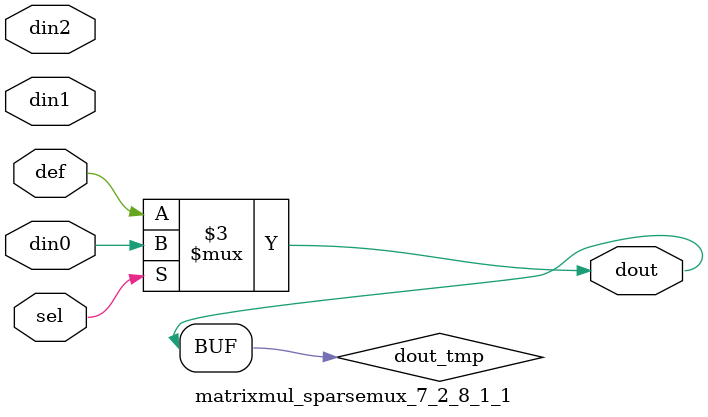
<source format=v>
`timescale 1ns / 1ps

module matrixmul_sparsemux_7_2_8_1_1 (din0,din1,din2,def,sel,dout);

parameter din0_WIDTH = 1;

parameter din1_WIDTH = 1;

parameter din2_WIDTH = 1;

parameter def_WIDTH = 1;
parameter sel_WIDTH = 1;
parameter dout_WIDTH = 1;

parameter [sel_WIDTH-1:0] CASE0 = 1;

parameter [sel_WIDTH-1:0] CASE1 = 1;

parameter [sel_WIDTH-1:0] CASE2 = 1;

parameter ID = 1;
parameter NUM_STAGE = 1;



input [din0_WIDTH-1:0] din0;

input [din1_WIDTH-1:0] din1;

input [din2_WIDTH-1:0] din2;

input [def_WIDTH-1:0] def;
input [sel_WIDTH-1:0] sel;

output [dout_WIDTH-1:0] dout;



reg [dout_WIDTH-1:0] dout_tmp;


always @ (*) begin
(* parallel_case *) case (sel)
    
    CASE0 : dout_tmp = din0;
    
    CASE1 : dout_tmp = din1;
    
    CASE2 : dout_tmp = din2;
    
    default : dout_tmp = def;
endcase
end


assign dout = dout_tmp;



endmodule

</source>
